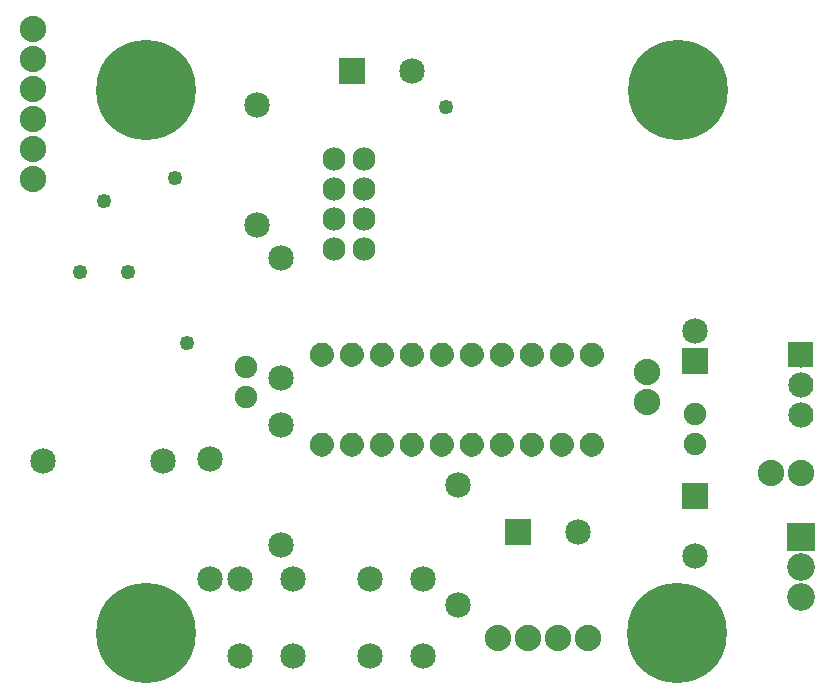
<source format=gbs>
G04 MADE WITH FRITZING*
G04 WWW.FRITZING.ORG*
G04 DOUBLE SIDED*
G04 HOLES PLATED*
G04 CONTOUR ON CENTER OF CONTOUR VECTOR*
%ASAXBY*%
%FSLAX23Y23*%
%MOIN*%
%OFA0B0*%
%SFA1.0B1.0*%
%ADD10C,0.075000*%
%ADD11C,0.049370*%
%ADD12C,0.332834*%
%ADD13C,0.085000*%
%ADD14C,0.084000*%
%ADD15C,0.092000*%
%ADD16C,0.077278*%
%ADD17C,0.088000*%
%ADD18R,0.085000X0.085000*%
%ADD19R,0.092000X0.092000*%
%ADD20R,0.001000X0.001000*%
%LNMASK0*%
G90*
G70*
G54D10*
X947Y1041D03*
X947Y1141D03*
X2443Y884D03*
X2443Y984D03*
G54D11*
X553Y1456D03*
X475Y1693D03*
X750Y1220D03*
X396Y1456D03*
X711Y1771D03*
X1616Y2008D03*
G54D12*
X616Y2064D03*
X2387Y2064D03*
X616Y252D03*
X2386Y252D03*
G54D13*
X2443Y1160D03*
X2443Y1260D03*
G54D14*
X2797Y1181D03*
X2797Y1081D03*
X2797Y981D03*
G54D15*
X2797Y572D03*
X2797Y472D03*
X2797Y372D03*
G54D16*
X1341Y1832D03*
X1341Y1732D03*
X1341Y1632D03*
X1341Y1532D03*
X1241Y1832D03*
X1241Y1732D03*
X1241Y1632D03*
X1241Y1532D03*
G54D13*
X927Y177D03*
X927Y433D03*
X1104Y177D03*
X1104Y433D03*
X1360Y177D03*
X1360Y433D03*
X1538Y177D03*
X1538Y433D03*
X1656Y748D03*
X1656Y348D03*
X986Y1614D03*
X986Y2014D03*
X829Y433D03*
X829Y833D03*
X271Y826D03*
X671Y826D03*
X1065Y1502D03*
X1065Y1102D03*
X1065Y545D03*
X1065Y945D03*
X2443Y711D03*
X2443Y511D03*
X1301Y2126D03*
X1501Y2126D03*
X1853Y590D03*
X2053Y590D03*
G54D17*
X2797Y787D03*
X2697Y787D03*
X2286Y1023D03*
X2286Y1123D03*
X2089Y236D03*
X1989Y236D03*
X1889Y236D03*
X1789Y236D03*
X238Y2265D03*
X238Y2165D03*
X238Y2065D03*
X238Y1965D03*
X238Y1865D03*
X238Y1765D03*
G54D18*
X2443Y1160D03*
G54D19*
X2797Y572D03*
G54D18*
X2443Y711D03*
X1301Y2126D03*
X1853Y590D03*
G54D20*
X2755Y1223D02*
X2837Y1223D01*
X2755Y1222D02*
X2838Y1222D01*
X1198Y1221D02*
X1203Y1221D01*
X1298Y1221D02*
X1303Y1221D01*
X1398Y1221D02*
X1403Y1221D01*
X1498Y1221D02*
X1503Y1221D01*
X1598Y1221D02*
X1603Y1221D01*
X1698Y1221D02*
X1703Y1221D01*
X1798Y1221D02*
X1803Y1221D01*
X1898Y1221D02*
X1903Y1221D01*
X1998Y1221D02*
X2003Y1221D01*
X2098Y1221D02*
X2103Y1221D01*
X2755Y1221D02*
X2838Y1221D01*
X1192Y1220D02*
X1209Y1220D01*
X1292Y1220D02*
X1309Y1220D01*
X1392Y1220D02*
X1409Y1220D01*
X1492Y1220D02*
X1509Y1220D01*
X1592Y1220D02*
X1609Y1220D01*
X1692Y1220D02*
X1709Y1220D01*
X1792Y1220D02*
X1809Y1220D01*
X1892Y1220D02*
X1909Y1220D01*
X1992Y1220D02*
X2009Y1220D01*
X2092Y1220D02*
X2109Y1220D01*
X2755Y1220D02*
X2838Y1220D01*
X1188Y1219D02*
X1213Y1219D01*
X1288Y1219D02*
X1313Y1219D01*
X1388Y1219D02*
X1413Y1219D01*
X1488Y1219D02*
X1513Y1219D01*
X1588Y1219D02*
X1613Y1219D01*
X1688Y1219D02*
X1713Y1219D01*
X1788Y1219D02*
X1813Y1219D01*
X1888Y1219D02*
X1913Y1219D01*
X1988Y1219D02*
X2013Y1219D01*
X2088Y1219D02*
X2113Y1219D01*
X2755Y1219D02*
X2838Y1219D01*
X1185Y1218D02*
X1216Y1218D01*
X1285Y1218D02*
X1316Y1218D01*
X1385Y1218D02*
X1416Y1218D01*
X1485Y1218D02*
X1516Y1218D01*
X1585Y1218D02*
X1616Y1218D01*
X1685Y1218D02*
X1715Y1218D01*
X1785Y1218D02*
X1815Y1218D01*
X1885Y1218D02*
X1915Y1218D01*
X1985Y1218D02*
X2015Y1218D01*
X2085Y1218D02*
X2115Y1218D01*
X2755Y1218D02*
X2838Y1218D01*
X1183Y1217D02*
X1218Y1217D01*
X1283Y1217D02*
X1318Y1217D01*
X1383Y1217D02*
X1418Y1217D01*
X1483Y1217D02*
X1518Y1217D01*
X1583Y1217D02*
X1618Y1217D01*
X1683Y1217D02*
X1718Y1217D01*
X1783Y1217D02*
X1818Y1217D01*
X1883Y1217D02*
X1917Y1217D01*
X1983Y1217D02*
X2017Y1217D01*
X2083Y1217D02*
X2117Y1217D01*
X2755Y1217D02*
X2838Y1217D01*
X1182Y1216D02*
X1220Y1216D01*
X1281Y1216D02*
X1320Y1216D01*
X1381Y1216D02*
X1419Y1216D01*
X1481Y1216D02*
X1519Y1216D01*
X1581Y1216D02*
X1619Y1216D01*
X1681Y1216D02*
X1719Y1216D01*
X1781Y1216D02*
X1819Y1216D01*
X1881Y1216D02*
X1919Y1216D01*
X1981Y1216D02*
X2019Y1216D01*
X2081Y1216D02*
X2119Y1216D01*
X2755Y1216D02*
X2838Y1216D01*
X1180Y1215D02*
X1221Y1215D01*
X1280Y1215D02*
X1321Y1215D01*
X1380Y1215D02*
X1421Y1215D01*
X1480Y1215D02*
X1521Y1215D01*
X1580Y1215D02*
X1621Y1215D01*
X1680Y1215D02*
X1721Y1215D01*
X1780Y1215D02*
X1821Y1215D01*
X1880Y1215D02*
X1921Y1215D01*
X1980Y1215D02*
X2021Y1215D01*
X2080Y1215D02*
X2121Y1215D01*
X2755Y1215D02*
X2838Y1215D01*
X1178Y1214D02*
X1223Y1214D01*
X1278Y1214D02*
X1323Y1214D01*
X1378Y1214D02*
X1423Y1214D01*
X1478Y1214D02*
X1523Y1214D01*
X1578Y1214D02*
X1623Y1214D01*
X1678Y1214D02*
X1723Y1214D01*
X1778Y1214D02*
X1823Y1214D01*
X1878Y1214D02*
X1923Y1214D01*
X1978Y1214D02*
X2023Y1214D01*
X2078Y1214D02*
X2122Y1214D01*
X2755Y1214D02*
X2838Y1214D01*
X1177Y1213D02*
X1224Y1213D01*
X1277Y1213D02*
X1324Y1213D01*
X1377Y1213D02*
X1424Y1213D01*
X1477Y1213D02*
X1524Y1213D01*
X1577Y1213D02*
X1624Y1213D01*
X1677Y1213D02*
X1724Y1213D01*
X1777Y1213D02*
X1824Y1213D01*
X1877Y1213D02*
X1924Y1213D01*
X1977Y1213D02*
X2024Y1213D01*
X2077Y1213D02*
X2124Y1213D01*
X2755Y1213D02*
X2838Y1213D01*
X1176Y1212D02*
X1225Y1212D01*
X1276Y1212D02*
X1325Y1212D01*
X1376Y1212D02*
X1425Y1212D01*
X1476Y1212D02*
X1525Y1212D01*
X1576Y1212D02*
X1625Y1212D01*
X1676Y1212D02*
X1725Y1212D01*
X1775Y1212D02*
X1825Y1212D01*
X1875Y1212D02*
X1925Y1212D01*
X1975Y1212D02*
X2025Y1212D01*
X2075Y1212D02*
X2125Y1212D01*
X2755Y1212D02*
X2838Y1212D01*
X1174Y1211D02*
X1227Y1211D01*
X1274Y1211D02*
X1327Y1211D01*
X1374Y1211D02*
X1427Y1211D01*
X1474Y1211D02*
X1527Y1211D01*
X1574Y1211D02*
X1626Y1211D01*
X1674Y1211D02*
X1726Y1211D01*
X1774Y1211D02*
X1826Y1211D01*
X1874Y1211D02*
X1926Y1211D01*
X1974Y1211D02*
X2026Y1211D01*
X2074Y1211D02*
X2126Y1211D01*
X2755Y1211D02*
X2838Y1211D01*
X1173Y1210D02*
X1228Y1210D01*
X1273Y1210D02*
X1328Y1210D01*
X1373Y1210D02*
X1428Y1210D01*
X1473Y1210D02*
X1528Y1210D01*
X1573Y1210D02*
X1628Y1210D01*
X1673Y1210D02*
X1728Y1210D01*
X1773Y1210D02*
X1828Y1210D01*
X1873Y1210D02*
X1928Y1210D01*
X1973Y1210D02*
X2027Y1210D01*
X2073Y1210D02*
X2127Y1210D01*
X2755Y1210D02*
X2838Y1210D01*
X1172Y1209D02*
X1229Y1209D01*
X1272Y1209D02*
X1329Y1209D01*
X1372Y1209D02*
X1429Y1209D01*
X1472Y1209D02*
X1529Y1209D01*
X1572Y1209D02*
X1629Y1209D01*
X1672Y1209D02*
X1729Y1209D01*
X1772Y1209D02*
X1829Y1209D01*
X1872Y1209D02*
X1929Y1209D01*
X1972Y1209D02*
X2029Y1209D01*
X2072Y1209D02*
X2128Y1209D01*
X2755Y1209D02*
X2838Y1209D01*
X1171Y1208D02*
X1230Y1208D01*
X1271Y1208D02*
X1330Y1208D01*
X1371Y1208D02*
X1430Y1208D01*
X1471Y1208D02*
X1530Y1208D01*
X1571Y1208D02*
X1630Y1208D01*
X1671Y1208D02*
X1729Y1208D01*
X1771Y1208D02*
X1829Y1208D01*
X1871Y1208D02*
X1929Y1208D01*
X1971Y1208D02*
X2029Y1208D01*
X2071Y1208D02*
X2129Y1208D01*
X2755Y1208D02*
X2838Y1208D01*
X1171Y1207D02*
X1231Y1207D01*
X1271Y1207D02*
X1330Y1207D01*
X1371Y1207D02*
X1430Y1207D01*
X1470Y1207D02*
X1530Y1207D01*
X1570Y1207D02*
X1630Y1207D01*
X1670Y1207D02*
X1730Y1207D01*
X1770Y1207D02*
X1830Y1207D01*
X1870Y1207D02*
X1930Y1207D01*
X1970Y1207D02*
X2030Y1207D01*
X2070Y1207D02*
X2130Y1207D01*
X2755Y1207D02*
X2838Y1207D01*
X1170Y1206D02*
X1231Y1206D01*
X1270Y1206D02*
X1331Y1206D01*
X1370Y1206D02*
X1431Y1206D01*
X1470Y1206D02*
X1531Y1206D01*
X1570Y1206D02*
X1631Y1206D01*
X1670Y1206D02*
X1731Y1206D01*
X1770Y1206D02*
X1831Y1206D01*
X1870Y1206D02*
X1931Y1206D01*
X1970Y1206D02*
X2031Y1206D01*
X2070Y1206D02*
X2131Y1206D01*
X2755Y1206D02*
X2838Y1206D01*
X1169Y1205D02*
X1232Y1205D01*
X1269Y1205D02*
X1332Y1205D01*
X1369Y1205D02*
X1432Y1205D01*
X1469Y1205D02*
X1532Y1205D01*
X1569Y1205D02*
X1632Y1205D01*
X1669Y1205D02*
X1732Y1205D01*
X1769Y1205D02*
X1832Y1205D01*
X1869Y1205D02*
X1932Y1205D01*
X1969Y1205D02*
X2032Y1205D01*
X2069Y1205D02*
X2132Y1205D01*
X2755Y1205D02*
X2838Y1205D01*
X1168Y1204D02*
X1233Y1204D01*
X1268Y1204D02*
X1333Y1204D01*
X1368Y1204D02*
X1433Y1204D01*
X1468Y1204D02*
X1533Y1204D01*
X1568Y1204D02*
X1633Y1204D01*
X1668Y1204D02*
X1733Y1204D01*
X1768Y1204D02*
X1833Y1204D01*
X1868Y1204D02*
X1933Y1204D01*
X1968Y1204D02*
X2033Y1204D01*
X2068Y1204D02*
X2133Y1204D01*
X2755Y1204D02*
X2838Y1204D01*
X1168Y1203D02*
X1233Y1203D01*
X1268Y1203D02*
X1333Y1203D01*
X1368Y1203D02*
X1433Y1203D01*
X1468Y1203D02*
X1533Y1203D01*
X1568Y1203D02*
X1633Y1203D01*
X1667Y1203D02*
X1733Y1203D01*
X1767Y1203D02*
X1833Y1203D01*
X1867Y1203D02*
X1933Y1203D01*
X1967Y1203D02*
X2033Y1203D01*
X2067Y1203D02*
X2133Y1203D01*
X2755Y1203D02*
X2838Y1203D01*
X1167Y1202D02*
X1234Y1202D01*
X1267Y1202D02*
X1334Y1202D01*
X1367Y1202D02*
X1434Y1202D01*
X1467Y1202D02*
X1534Y1202D01*
X1567Y1202D02*
X1634Y1202D01*
X1667Y1202D02*
X1734Y1202D01*
X1767Y1202D02*
X1834Y1202D01*
X1867Y1202D02*
X1934Y1202D01*
X1967Y1202D02*
X2034Y1202D01*
X2067Y1202D02*
X2134Y1202D01*
X2755Y1202D02*
X2838Y1202D01*
X1166Y1201D02*
X1235Y1201D01*
X1266Y1201D02*
X1335Y1201D01*
X1366Y1201D02*
X1435Y1201D01*
X1466Y1201D02*
X1535Y1201D01*
X1566Y1201D02*
X1635Y1201D01*
X1666Y1201D02*
X1735Y1201D01*
X1766Y1201D02*
X1835Y1201D01*
X1866Y1201D02*
X1934Y1201D01*
X1966Y1201D02*
X2034Y1201D01*
X2066Y1201D02*
X2134Y1201D01*
X2755Y1201D02*
X2838Y1201D01*
X1166Y1200D02*
X1235Y1200D01*
X1266Y1200D02*
X1335Y1200D01*
X1366Y1200D02*
X1435Y1200D01*
X1466Y1200D02*
X1535Y1200D01*
X1566Y1200D02*
X1635Y1200D01*
X1666Y1200D02*
X1735Y1200D01*
X1766Y1200D02*
X1835Y1200D01*
X1866Y1200D02*
X1935Y1200D01*
X1966Y1200D02*
X2035Y1200D01*
X2066Y1200D02*
X2135Y1200D01*
X2755Y1200D02*
X2838Y1200D01*
X1165Y1199D02*
X1236Y1199D01*
X1265Y1199D02*
X1336Y1199D01*
X1365Y1199D02*
X1436Y1199D01*
X1465Y1199D02*
X1536Y1199D01*
X1565Y1199D02*
X1636Y1199D01*
X1665Y1199D02*
X1736Y1199D01*
X1765Y1199D02*
X1836Y1199D01*
X1865Y1199D02*
X1936Y1199D01*
X1965Y1199D02*
X2036Y1199D01*
X2065Y1199D02*
X2136Y1199D01*
X2755Y1199D02*
X2838Y1199D01*
X1165Y1198D02*
X1236Y1198D01*
X1265Y1198D02*
X1336Y1198D01*
X1365Y1198D02*
X1436Y1198D01*
X1465Y1198D02*
X1536Y1198D01*
X1565Y1198D02*
X1636Y1198D01*
X1665Y1198D02*
X1736Y1198D01*
X1765Y1198D02*
X1836Y1198D01*
X1865Y1198D02*
X1936Y1198D01*
X1965Y1198D02*
X2036Y1198D01*
X2065Y1198D02*
X2136Y1198D01*
X2755Y1198D02*
X2838Y1198D01*
X1164Y1197D02*
X1237Y1197D01*
X1264Y1197D02*
X1337Y1197D01*
X1364Y1197D02*
X1437Y1197D01*
X1464Y1197D02*
X1537Y1197D01*
X1564Y1197D02*
X1637Y1197D01*
X1664Y1197D02*
X1737Y1197D01*
X1764Y1197D02*
X1837Y1197D01*
X1864Y1197D02*
X1937Y1197D01*
X1964Y1197D02*
X2037Y1197D01*
X2064Y1197D02*
X2137Y1197D01*
X2755Y1197D02*
X2838Y1197D01*
X1164Y1196D02*
X1237Y1196D01*
X1264Y1196D02*
X1337Y1196D01*
X1364Y1196D02*
X1437Y1196D01*
X1464Y1196D02*
X1537Y1196D01*
X1564Y1196D02*
X1637Y1196D01*
X1664Y1196D02*
X1737Y1196D01*
X1764Y1196D02*
X1837Y1196D01*
X1864Y1196D02*
X1937Y1196D01*
X1964Y1196D02*
X2037Y1196D01*
X2064Y1196D02*
X2137Y1196D01*
X2755Y1196D02*
X2838Y1196D01*
X1164Y1195D02*
X1237Y1195D01*
X1264Y1195D02*
X1337Y1195D01*
X1364Y1195D02*
X1437Y1195D01*
X1463Y1195D02*
X1537Y1195D01*
X1563Y1195D02*
X1637Y1195D01*
X1663Y1195D02*
X1737Y1195D01*
X1763Y1195D02*
X1837Y1195D01*
X1863Y1195D02*
X1937Y1195D01*
X1963Y1195D02*
X2037Y1195D01*
X2063Y1195D02*
X2137Y1195D01*
X2755Y1195D02*
X2791Y1195D01*
X2802Y1195D02*
X2838Y1195D01*
X1163Y1194D02*
X1238Y1194D01*
X1263Y1194D02*
X1338Y1194D01*
X1363Y1194D02*
X1438Y1194D01*
X1463Y1194D02*
X1538Y1194D01*
X1563Y1194D02*
X1638Y1194D01*
X1663Y1194D02*
X1738Y1194D01*
X1763Y1194D02*
X1838Y1194D01*
X1863Y1194D02*
X1938Y1194D01*
X1963Y1194D02*
X2038Y1194D01*
X2063Y1194D02*
X2138Y1194D01*
X2755Y1194D02*
X2789Y1194D01*
X2804Y1194D02*
X2838Y1194D01*
X1163Y1193D02*
X1238Y1193D01*
X1263Y1193D02*
X1338Y1193D01*
X1363Y1193D02*
X1438Y1193D01*
X1463Y1193D02*
X1538Y1193D01*
X1563Y1193D02*
X1638Y1193D01*
X1663Y1193D02*
X1738Y1193D01*
X1763Y1193D02*
X1838Y1193D01*
X1863Y1193D02*
X1938Y1193D01*
X1963Y1193D02*
X2038Y1193D01*
X2063Y1193D02*
X2138Y1193D01*
X2755Y1193D02*
X2787Y1193D01*
X2805Y1193D02*
X2838Y1193D01*
X1163Y1192D02*
X1238Y1192D01*
X1263Y1192D02*
X1338Y1192D01*
X1363Y1192D02*
X1438Y1192D01*
X1463Y1192D02*
X1538Y1192D01*
X1563Y1192D02*
X1638Y1192D01*
X1662Y1192D02*
X1738Y1192D01*
X1762Y1192D02*
X1838Y1192D01*
X1862Y1192D02*
X1938Y1192D01*
X1962Y1192D02*
X2038Y1192D01*
X2062Y1192D02*
X2138Y1192D01*
X2755Y1192D02*
X2786Y1192D01*
X2807Y1192D02*
X2838Y1192D01*
X1162Y1191D02*
X1239Y1191D01*
X1262Y1191D02*
X1339Y1191D01*
X1362Y1191D02*
X1439Y1191D01*
X1462Y1191D02*
X1539Y1191D01*
X1562Y1191D02*
X1639Y1191D01*
X1662Y1191D02*
X1739Y1191D01*
X1762Y1191D02*
X1839Y1191D01*
X1862Y1191D02*
X1939Y1191D01*
X1962Y1191D02*
X2038Y1191D01*
X2062Y1191D02*
X2138Y1191D01*
X2755Y1191D02*
X2785Y1191D01*
X2808Y1191D02*
X2838Y1191D01*
X1162Y1190D02*
X1239Y1190D01*
X1262Y1190D02*
X1339Y1190D01*
X1362Y1190D02*
X1439Y1190D01*
X1462Y1190D02*
X1539Y1190D01*
X1562Y1190D02*
X1639Y1190D01*
X1662Y1190D02*
X1739Y1190D01*
X1762Y1190D02*
X1839Y1190D01*
X1862Y1190D02*
X1939Y1190D01*
X1962Y1190D02*
X2039Y1190D01*
X2062Y1190D02*
X2139Y1190D01*
X2755Y1190D02*
X2784Y1190D01*
X2808Y1190D02*
X2838Y1190D01*
X1162Y1189D02*
X1239Y1189D01*
X1262Y1189D02*
X1339Y1189D01*
X1362Y1189D02*
X1439Y1189D01*
X1462Y1189D02*
X1539Y1189D01*
X1562Y1189D02*
X1639Y1189D01*
X1662Y1189D02*
X1739Y1189D01*
X1762Y1189D02*
X1839Y1189D01*
X1862Y1189D02*
X1939Y1189D01*
X1962Y1189D02*
X2039Y1189D01*
X2062Y1189D02*
X2139Y1189D01*
X2755Y1189D02*
X2783Y1189D01*
X2809Y1189D02*
X2838Y1189D01*
X1162Y1188D02*
X1239Y1188D01*
X1262Y1188D02*
X1339Y1188D01*
X1362Y1188D02*
X1439Y1188D01*
X1462Y1188D02*
X1539Y1188D01*
X1562Y1188D02*
X1639Y1188D01*
X1662Y1188D02*
X1739Y1188D01*
X1762Y1188D02*
X1839Y1188D01*
X1862Y1188D02*
X1939Y1188D01*
X1962Y1188D02*
X2039Y1188D01*
X2062Y1188D02*
X2139Y1188D01*
X2755Y1188D02*
X2783Y1188D01*
X2810Y1188D02*
X2838Y1188D01*
X1162Y1187D02*
X1239Y1187D01*
X1262Y1187D02*
X1339Y1187D01*
X1362Y1187D02*
X1439Y1187D01*
X1461Y1187D02*
X1539Y1187D01*
X1561Y1187D02*
X1639Y1187D01*
X1661Y1187D02*
X1739Y1187D01*
X1761Y1187D02*
X1839Y1187D01*
X1861Y1187D02*
X1939Y1187D01*
X1961Y1187D02*
X2039Y1187D01*
X2061Y1187D02*
X2139Y1187D01*
X2755Y1187D02*
X2782Y1187D01*
X2810Y1187D02*
X2838Y1187D01*
X1161Y1186D02*
X1240Y1186D01*
X1261Y1186D02*
X1340Y1186D01*
X1361Y1186D02*
X1440Y1186D01*
X1461Y1186D02*
X1540Y1186D01*
X1561Y1186D02*
X1640Y1186D01*
X1661Y1186D02*
X1740Y1186D01*
X1761Y1186D02*
X1839Y1186D01*
X1861Y1186D02*
X1939Y1186D01*
X1961Y1186D02*
X2039Y1186D01*
X2061Y1186D02*
X2139Y1186D01*
X2755Y1186D02*
X2782Y1186D01*
X2811Y1186D02*
X2838Y1186D01*
X1161Y1185D02*
X1240Y1185D01*
X1261Y1185D02*
X1340Y1185D01*
X1361Y1185D02*
X1440Y1185D01*
X1461Y1185D02*
X1540Y1185D01*
X1561Y1185D02*
X1640Y1185D01*
X1661Y1185D02*
X1740Y1185D01*
X1761Y1185D02*
X1840Y1185D01*
X1861Y1185D02*
X1940Y1185D01*
X1961Y1185D02*
X2040Y1185D01*
X2061Y1185D02*
X2140Y1185D01*
X2755Y1185D02*
X2781Y1185D01*
X2811Y1185D02*
X2838Y1185D01*
X1161Y1184D02*
X1240Y1184D01*
X1261Y1184D02*
X1340Y1184D01*
X1361Y1184D02*
X1440Y1184D01*
X1461Y1184D02*
X1540Y1184D01*
X1561Y1184D02*
X1640Y1184D01*
X1661Y1184D02*
X1740Y1184D01*
X1761Y1184D02*
X1840Y1184D01*
X1861Y1184D02*
X1940Y1184D01*
X1961Y1184D02*
X2040Y1184D01*
X2061Y1184D02*
X2140Y1184D01*
X2755Y1184D02*
X2781Y1184D01*
X2811Y1184D02*
X2838Y1184D01*
X1161Y1183D02*
X1240Y1183D01*
X1261Y1183D02*
X1340Y1183D01*
X1361Y1183D02*
X1440Y1183D01*
X1461Y1183D02*
X1540Y1183D01*
X1561Y1183D02*
X1640Y1183D01*
X1661Y1183D02*
X1740Y1183D01*
X1761Y1183D02*
X1840Y1183D01*
X1861Y1183D02*
X1940Y1183D01*
X1961Y1183D02*
X2040Y1183D01*
X2061Y1183D02*
X2140Y1183D01*
X2755Y1183D02*
X2781Y1183D01*
X2811Y1183D02*
X2838Y1183D01*
X1161Y1182D02*
X1240Y1182D01*
X1261Y1182D02*
X1340Y1182D01*
X1361Y1182D02*
X1440Y1182D01*
X1461Y1182D02*
X1540Y1182D01*
X1561Y1182D02*
X1640Y1182D01*
X1661Y1182D02*
X1740Y1182D01*
X1761Y1182D02*
X1840Y1182D01*
X1861Y1182D02*
X1940Y1182D01*
X1961Y1182D02*
X2040Y1182D01*
X2061Y1182D02*
X2140Y1182D01*
X2755Y1182D02*
X2781Y1182D01*
X2811Y1182D02*
X2838Y1182D01*
X1161Y1181D02*
X1240Y1181D01*
X1261Y1181D02*
X1340Y1181D01*
X1361Y1181D02*
X1440Y1181D01*
X1461Y1181D02*
X1540Y1181D01*
X1561Y1181D02*
X1640Y1181D01*
X1661Y1181D02*
X1740Y1181D01*
X1761Y1181D02*
X1840Y1181D01*
X1861Y1181D02*
X1940Y1181D01*
X1961Y1181D02*
X2040Y1181D01*
X2061Y1181D02*
X2140Y1181D01*
X2755Y1181D02*
X2781Y1181D01*
X2811Y1181D02*
X2838Y1181D01*
X1161Y1180D02*
X1240Y1180D01*
X1261Y1180D02*
X1340Y1180D01*
X1361Y1180D02*
X1440Y1180D01*
X1461Y1180D02*
X1540Y1180D01*
X1561Y1180D02*
X1640Y1180D01*
X1661Y1180D02*
X1740Y1180D01*
X1761Y1180D02*
X1840Y1180D01*
X1861Y1180D02*
X1940Y1180D01*
X1961Y1180D02*
X2040Y1180D01*
X2061Y1180D02*
X2140Y1180D01*
X2755Y1180D02*
X2781Y1180D01*
X2811Y1180D02*
X2838Y1180D01*
X1161Y1179D02*
X1240Y1179D01*
X1261Y1179D02*
X1340Y1179D01*
X1361Y1179D02*
X1440Y1179D01*
X1461Y1179D02*
X1540Y1179D01*
X1561Y1179D02*
X1640Y1179D01*
X1661Y1179D02*
X1740Y1179D01*
X1761Y1179D02*
X1840Y1179D01*
X1861Y1179D02*
X1940Y1179D01*
X1961Y1179D02*
X2040Y1179D01*
X2061Y1179D02*
X2140Y1179D01*
X2755Y1179D02*
X2781Y1179D01*
X2811Y1179D02*
X2838Y1179D01*
X1161Y1178D02*
X1240Y1178D01*
X1261Y1178D02*
X1340Y1178D01*
X1361Y1178D02*
X1440Y1178D01*
X1461Y1178D02*
X1540Y1178D01*
X1561Y1178D02*
X1640Y1178D01*
X1661Y1178D02*
X1740Y1178D01*
X1761Y1178D02*
X1840Y1178D01*
X1861Y1178D02*
X1940Y1178D01*
X1961Y1178D02*
X2040Y1178D01*
X2061Y1178D02*
X2140Y1178D01*
X2755Y1178D02*
X2781Y1178D01*
X2811Y1178D02*
X2838Y1178D01*
X1161Y1177D02*
X1240Y1177D01*
X1261Y1177D02*
X1340Y1177D01*
X1361Y1177D02*
X1440Y1177D01*
X1461Y1177D02*
X1540Y1177D01*
X1561Y1177D02*
X1640Y1177D01*
X1661Y1177D02*
X1740Y1177D01*
X1761Y1177D02*
X1840Y1177D01*
X1861Y1177D02*
X1940Y1177D01*
X1961Y1177D02*
X2040Y1177D01*
X2061Y1177D02*
X2140Y1177D01*
X2755Y1177D02*
X2782Y1177D01*
X2811Y1177D02*
X2838Y1177D01*
X1161Y1176D02*
X1240Y1176D01*
X1261Y1176D02*
X1340Y1176D01*
X1361Y1176D02*
X1440Y1176D01*
X1461Y1176D02*
X1540Y1176D01*
X1561Y1176D02*
X1639Y1176D01*
X1661Y1176D02*
X1739Y1176D01*
X1761Y1176D02*
X1839Y1176D01*
X1861Y1176D02*
X1939Y1176D01*
X1961Y1176D02*
X2039Y1176D01*
X2061Y1176D02*
X2139Y1176D01*
X2755Y1176D02*
X2782Y1176D01*
X2810Y1176D02*
X2838Y1176D01*
X1162Y1175D02*
X1239Y1175D01*
X1262Y1175D02*
X1339Y1175D01*
X1362Y1175D02*
X1439Y1175D01*
X1462Y1175D02*
X1539Y1175D01*
X1562Y1175D02*
X1639Y1175D01*
X1661Y1175D02*
X1739Y1175D01*
X1761Y1175D02*
X1839Y1175D01*
X1861Y1175D02*
X1939Y1175D01*
X1961Y1175D02*
X2039Y1175D01*
X2061Y1175D02*
X2139Y1175D01*
X2755Y1175D02*
X2782Y1175D01*
X2810Y1175D02*
X2838Y1175D01*
X1162Y1174D02*
X1239Y1174D01*
X1262Y1174D02*
X1339Y1174D01*
X1362Y1174D02*
X1439Y1174D01*
X1462Y1174D02*
X1539Y1174D01*
X1562Y1174D02*
X1639Y1174D01*
X1662Y1174D02*
X1739Y1174D01*
X1762Y1174D02*
X1839Y1174D01*
X1862Y1174D02*
X1939Y1174D01*
X1962Y1174D02*
X2039Y1174D01*
X2062Y1174D02*
X2139Y1174D01*
X2755Y1174D02*
X2783Y1174D01*
X2809Y1174D02*
X2838Y1174D01*
X1162Y1173D02*
X1239Y1173D01*
X1262Y1173D02*
X1339Y1173D01*
X1362Y1173D02*
X1439Y1173D01*
X1462Y1173D02*
X1539Y1173D01*
X1562Y1173D02*
X1639Y1173D01*
X1662Y1173D02*
X1739Y1173D01*
X1762Y1173D02*
X1839Y1173D01*
X1862Y1173D02*
X1939Y1173D01*
X1962Y1173D02*
X2039Y1173D01*
X2062Y1173D02*
X2139Y1173D01*
X2755Y1173D02*
X2783Y1173D01*
X2809Y1173D02*
X2838Y1173D01*
X1162Y1172D02*
X1239Y1172D01*
X1262Y1172D02*
X1339Y1172D01*
X1362Y1172D02*
X1439Y1172D01*
X1462Y1172D02*
X1539Y1172D01*
X1562Y1172D02*
X1639Y1172D01*
X1662Y1172D02*
X1739Y1172D01*
X1762Y1172D02*
X1839Y1172D01*
X1862Y1172D02*
X1939Y1172D01*
X1962Y1172D02*
X2039Y1172D01*
X2062Y1172D02*
X2139Y1172D01*
X2755Y1172D02*
X2784Y1172D01*
X2808Y1172D02*
X2838Y1172D01*
X1162Y1171D02*
X1239Y1171D01*
X1262Y1171D02*
X1339Y1171D01*
X1362Y1171D02*
X1439Y1171D01*
X1462Y1171D02*
X1539Y1171D01*
X1562Y1171D02*
X1639Y1171D01*
X1662Y1171D02*
X1738Y1171D01*
X1762Y1171D02*
X1838Y1171D01*
X1862Y1171D02*
X1938Y1171D01*
X1962Y1171D02*
X2038Y1171D01*
X2062Y1171D02*
X2138Y1171D01*
X2755Y1171D02*
X2785Y1171D01*
X2807Y1171D02*
X2838Y1171D01*
X1163Y1170D02*
X1238Y1170D01*
X1263Y1170D02*
X1338Y1170D01*
X1363Y1170D02*
X1438Y1170D01*
X1463Y1170D02*
X1538Y1170D01*
X1563Y1170D02*
X1638Y1170D01*
X1663Y1170D02*
X1738Y1170D01*
X1763Y1170D02*
X1838Y1170D01*
X1863Y1170D02*
X1938Y1170D01*
X1962Y1170D02*
X2038Y1170D01*
X2062Y1170D02*
X2138Y1170D01*
X2755Y1170D02*
X2786Y1170D01*
X2806Y1170D02*
X2838Y1170D01*
X1163Y1169D02*
X1238Y1169D01*
X1263Y1169D02*
X1338Y1169D01*
X1363Y1169D02*
X1438Y1169D01*
X1463Y1169D02*
X1538Y1169D01*
X1563Y1169D02*
X1638Y1169D01*
X1663Y1169D02*
X1738Y1169D01*
X1763Y1169D02*
X1838Y1169D01*
X1863Y1169D02*
X1938Y1169D01*
X1963Y1169D02*
X2038Y1169D01*
X2063Y1169D02*
X2138Y1169D01*
X2755Y1169D02*
X2787Y1169D01*
X2805Y1169D02*
X2838Y1169D01*
X1163Y1168D02*
X1238Y1168D01*
X1263Y1168D02*
X1338Y1168D01*
X1363Y1168D02*
X1438Y1168D01*
X1463Y1168D02*
X1538Y1168D01*
X1563Y1168D02*
X1638Y1168D01*
X1663Y1168D02*
X1738Y1168D01*
X1763Y1168D02*
X1838Y1168D01*
X1863Y1168D02*
X1938Y1168D01*
X1963Y1168D02*
X2038Y1168D01*
X2063Y1168D02*
X2138Y1168D01*
X2755Y1168D02*
X2789Y1168D01*
X2803Y1168D02*
X2838Y1168D01*
X1164Y1167D02*
X1237Y1167D01*
X1264Y1167D02*
X1337Y1167D01*
X1364Y1167D02*
X1437Y1167D01*
X1464Y1167D02*
X1537Y1167D01*
X1564Y1167D02*
X1637Y1167D01*
X1664Y1167D02*
X1737Y1167D01*
X1764Y1167D02*
X1837Y1167D01*
X1864Y1167D02*
X1937Y1167D01*
X1963Y1167D02*
X2037Y1167D01*
X2063Y1167D02*
X2137Y1167D01*
X2755Y1167D02*
X2792Y1167D01*
X2801Y1167D02*
X2838Y1167D01*
X1164Y1166D02*
X1237Y1166D01*
X1264Y1166D02*
X1337Y1166D01*
X1364Y1166D02*
X1437Y1166D01*
X1464Y1166D02*
X1537Y1166D01*
X1564Y1166D02*
X1637Y1166D01*
X1664Y1166D02*
X1737Y1166D01*
X1764Y1166D02*
X1837Y1166D01*
X1864Y1166D02*
X1937Y1166D01*
X1964Y1166D02*
X2037Y1166D01*
X2064Y1166D02*
X2137Y1166D01*
X2755Y1166D02*
X2838Y1166D01*
X1164Y1165D02*
X1237Y1165D01*
X1264Y1165D02*
X1337Y1165D01*
X1364Y1165D02*
X1437Y1165D01*
X1464Y1165D02*
X1537Y1165D01*
X1564Y1165D02*
X1636Y1165D01*
X1664Y1165D02*
X1736Y1165D01*
X1764Y1165D02*
X1836Y1165D01*
X1864Y1165D02*
X1936Y1165D01*
X1964Y1165D02*
X2036Y1165D01*
X2064Y1165D02*
X2136Y1165D01*
X2755Y1165D02*
X2838Y1165D01*
X1165Y1164D02*
X1236Y1164D01*
X1265Y1164D02*
X1336Y1164D01*
X1365Y1164D02*
X1436Y1164D01*
X1465Y1164D02*
X1536Y1164D01*
X1565Y1164D02*
X1636Y1164D01*
X1665Y1164D02*
X1736Y1164D01*
X1765Y1164D02*
X1836Y1164D01*
X1865Y1164D02*
X1936Y1164D01*
X1965Y1164D02*
X2036Y1164D01*
X2065Y1164D02*
X2136Y1164D01*
X2755Y1164D02*
X2838Y1164D01*
X1165Y1163D02*
X1236Y1163D01*
X1265Y1163D02*
X1336Y1163D01*
X1365Y1163D02*
X1436Y1163D01*
X1465Y1163D02*
X1536Y1163D01*
X1565Y1163D02*
X1635Y1163D01*
X1665Y1163D02*
X1735Y1163D01*
X1765Y1163D02*
X1835Y1163D01*
X1865Y1163D02*
X1935Y1163D01*
X1965Y1163D02*
X2035Y1163D01*
X2065Y1163D02*
X2135Y1163D01*
X2755Y1163D02*
X2838Y1163D01*
X1166Y1162D02*
X1235Y1162D01*
X1266Y1162D02*
X1335Y1162D01*
X1366Y1162D02*
X1435Y1162D01*
X1466Y1162D02*
X1535Y1162D01*
X1566Y1162D02*
X1635Y1162D01*
X1666Y1162D02*
X1735Y1162D01*
X1766Y1162D02*
X1835Y1162D01*
X1866Y1162D02*
X1935Y1162D01*
X1966Y1162D02*
X2035Y1162D01*
X2066Y1162D02*
X2135Y1162D01*
X2755Y1162D02*
X2838Y1162D01*
X1167Y1161D02*
X1234Y1161D01*
X1267Y1161D02*
X1334Y1161D01*
X1367Y1161D02*
X1434Y1161D01*
X1467Y1161D02*
X1534Y1161D01*
X1566Y1161D02*
X1634Y1161D01*
X1666Y1161D02*
X1734Y1161D01*
X1766Y1161D02*
X1834Y1161D01*
X1866Y1161D02*
X1934Y1161D01*
X1966Y1161D02*
X2034Y1161D01*
X2066Y1161D02*
X2134Y1161D01*
X2755Y1161D02*
X2838Y1161D01*
X1167Y1160D02*
X1234Y1160D01*
X1267Y1160D02*
X1334Y1160D01*
X1367Y1160D02*
X1434Y1160D01*
X1467Y1160D02*
X1534Y1160D01*
X1567Y1160D02*
X1634Y1160D01*
X1667Y1160D02*
X1734Y1160D01*
X1767Y1160D02*
X1834Y1160D01*
X1867Y1160D02*
X1934Y1160D01*
X1967Y1160D02*
X2034Y1160D01*
X2067Y1160D02*
X2134Y1160D01*
X2755Y1160D02*
X2838Y1160D01*
X1168Y1159D02*
X1233Y1159D01*
X1268Y1159D02*
X1333Y1159D01*
X1368Y1159D02*
X1433Y1159D01*
X1468Y1159D02*
X1533Y1159D01*
X1568Y1159D02*
X1633Y1159D01*
X1668Y1159D02*
X1733Y1159D01*
X1768Y1159D02*
X1833Y1159D01*
X1868Y1159D02*
X1933Y1159D01*
X1968Y1159D02*
X2033Y1159D01*
X2068Y1159D02*
X2133Y1159D01*
X2755Y1159D02*
X2838Y1159D01*
X1169Y1158D02*
X1233Y1158D01*
X1269Y1158D02*
X1332Y1158D01*
X1368Y1158D02*
X1432Y1158D01*
X1468Y1158D02*
X1532Y1158D01*
X1568Y1158D02*
X1632Y1158D01*
X1668Y1158D02*
X1732Y1158D01*
X1768Y1158D02*
X1832Y1158D01*
X1868Y1158D02*
X1932Y1158D01*
X1968Y1158D02*
X2032Y1158D01*
X2068Y1158D02*
X2132Y1158D01*
X2755Y1158D02*
X2838Y1158D01*
X1169Y1157D02*
X1232Y1157D01*
X1269Y1157D02*
X1332Y1157D01*
X1369Y1157D02*
X1432Y1157D01*
X1469Y1157D02*
X1532Y1157D01*
X1569Y1157D02*
X1632Y1157D01*
X1669Y1157D02*
X1732Y1157D01*
X1769Y1157D02*
X1832Y1157D01*
X1869Y1157D02*
X1932Y1157D01*
X1969Y1157D02*
X2032Y1157D01*
X2069Y1157D02*
X2132Y1157D01*
X2755Y1157D02*
X2838Y1157D01*
X1170Y1156D02*
X1231Y1156D01*
X1270Y1156D02*
X1331Y1156D01*
X1370Y1156D02*
X1431Y1156D01*
X1470Y1156D02*
X1531Y1156D01*
X1570Y1156D02*
X1631Y1156D01*
X1670Y1156D02*
X1731Y1156D01*
X1770Y1156D02*
X1831Y1156D01*
X1870Y1156D02*
X1931Y1156D01*
X1970Y1156D02*
X2031Y1156D01*
X2070Y1156D02*
X2131Y1156D01*
X2755Y1156D02*
X2838Y1156D01*
X1171Y1155D02*
X1230Y1155D01*
X1271Y1155D02*
X1330Y1155D01*
X1371Y1155D02*
X1430Y1155D01*
X1471Y1155D02*
X1530Y1155D01*
X1571Y1155D02*
X1630Y1155D01*
X1671Y1155D02*
X1730Y1155D01*
X1771Y1155D02*
X1830Y1155D01*
X1871Y1155D02*
X1930Y1155D01*
X1971Y1155D02*
X2030Y1155D01*
X2071Y1155D02*
X2130Y1155D01*
X2755Y1155D02*
X2838Y1155D01*
X1172Y1154D02*
X1229Y1154D01*
X1272Y1154D02*
X1329Y1154D01*
X1372Y1154D02*
X1429Y1154D01*
X1472Y1154D02*
X1529Y1154D01*
X1572Y1154D02*
X1629Y1154D01*
X1672Y1154D02*
X1729Y1154D01*
X1772Y1154D02*
X1829Y1154D01*
X1872Y1154D02*
X1929Y1154D01*
X1972Y1154D02*
X2029Y1154D01*
X2072Y1154D02*
X2129Y1154D01*
X2755Y1154D02*
X2838Y1154D01*
X1173Y1153D02*
X1228Y1153D01*
X1273Y1153D02*
X1328Y1153D01*
X1373Y1153D02*
X1428Y1153D01*
X1473Y1153D02*
X1528Y1153D01*
X1573Y1153D02*
X1628Y1153D01*
X1673Y1153D02*
X1728Y1153D01*
X1773Y1153D02*
X1828Y1153D01*
X1872Y1153D02*
X1928Y1153D01*
X1972Y1153D02*
X2028Y1153D01*
X2072Y1153D02*
X2128Y1153D01*
X2755Y1153D02*
X2838Y1153D01*
X1174Y1152D02*
X1227Y1152D01*
X1274Y1152D02*
X1327Y1152D01*
X1374Y1152D02*
X1427Y1152D01*
X1474Y1152D02*
X1527Y1152D01*
X1574Y1152D02*
X1627Y1152D01*
X1674Y1152D02*
X1727Y1152D01*
X1774Y1152D02*
X1827Y1152D01*
X1874Y1152D02*
X1927Y1152D01*
X1974Y1152D02*
X2027Y1152D01*
X2074Y1152D02*
X2127Y1152D01*
X2755Y1152D02*
X2838Y1152D01*
X1175Y1151D02*
X1226Y1151D01*
X1275Y1151D02*
X1326Y1151D01*
X1375Y1151D02*
X1426Y1151D01*
X1475Y1151D02*
X1526Y1151D01*
X1575Y1151D02*
X1626Y1151D01*
X1675Y1151D02*
X1726Y1151D01*
X1775Y1151D02*
X1826Y1151D01*
X1875Y1151D02*
X1926Y1151D01*
X1975Y1151D02*
X2026Y1151D01*
X2075Y1151D02*
X2126Y1151D01*
X2755Y1151D02*
X2838Y1151D01*
X1176Y1150D02*
X1225Y1150D01*
X1276Y1150D02*
X1325Y1150D01*
X1376Y1150D02*
X1425Y1150D01*
X1476Y1150D02*
X1525Y1150D01*
X1576Y1150D02*
X1625Y1150D01*
X1676Y1150D02*
X1725Y1150D01*
X1776Y1150D02*
X1825Y1150D01*
X1876Y1150D02*
X1925Y1150D01*
X1976Y1150D02*
X2025Y1150D01*
X2076Y1150D02*
X2125Y1150D01*
X2755Y1150D02*
X2838Y1150D01*
X1177Y1149D02*
X1224Y1149D01*
X1277Y1149D02*
X1324Y1149D01*
X1377Y1149D02*
X1424Y1149D01*
X1477Y1149D02*
X1524Y1149D01*
X1577Y1149D02*
X1624Y1149D01*
X1677Y1149D02*
X1723Y1149D01*
X1777Y1149D02*
X1823Y1149D01*
X1877Y1149D02*
X1923Y1149D01*
X1977Y1149D02*
X2023Y1149D01*
X2077Y1149D02*
X2123Y1149D01*
X2755Y1149D02*
X2838Y1149D01*
X1179Y1148D02*
X1222Y1148D01*
X1279Y1148D02*
X1322Y1148D01*
X1379Y1148D02*
X1422Y1148D01*
X1479Y1148D02*
X1522Y1148D01*
X1579Y1148D02*
X1622Y1148D01*
X1679Y1148D02*
X1722Y1148D01*
X1779Y1148D02*
X1822Y1148D01*
X1879Y1148D02*
X1922Y1148D01*
X1979Y1148D02*
X2022Y1148D01*
X2079Y1148D02*
X2122Y1148D01*
X2755Y1148D02*
X2838Y1148D01*
X1180Y1147D02*
X1221Y1147D01*
X1280Y1147D02*
X1321Y1147D01*
X1380Y1147D02*
X1421Y1147D01*
X1480Y1147D02*
X1521Y1147D01*
X1580Y1147D02*
X1621Y1147D01*
X1680Y1147D02*
X1720Y1147D01*
X1780Y1147D02*
X1820Y1147D01*
X1880Y1147D02*
X1920Y1147D01*
X1980Y1147D02*
X2020Y1147D01*
X2080Y1147D02*
X2120Y1147D01*
X2755Y1147D02*
X2838Y1147D01*
X1182Y1146D02*
X1219Y1146D01*
X1282Y1146D02*
X1319Y1146D01*
X1382Y1146D02*
X1419Y1146D01*
X1482Y1146D02*
X1519Y1146D01*
X1582Y1146D02*
X1619Y1146D01*
X1682Y1146D02*
X1719Y1146D01*
X1782Y1146D02*
X1819Y1146D01*
X1882Y1146D02*
X1919Y1146D01*
X1982Y1146D02*
X2019Y1146D01*
X2082Y1146D02*
X2119Y1146D01*
X2755Y1146D02*
X2838Y1146D01*
X1184Y1145D02*
X1217Y1145D01*
X1284Y1145D02*
X1317Y1145D01*
X1384Y1145D02*
X1417Y1145D01*
X1484Y1145D02*
X1517Y1145D01*
X1584Y1145D02*
X1617Y1145D01*
X1684Y1145D02*
X1717Y1145D01*
X1784Y1145D02*
X1817Y1145D01*
X1884Y1145D02*
X1917Y1145D01*
X1984Y1145D02*
X2017Y1145D01*
X2084Y1145D02*
X2117Y1145D01*
X2755Y1145D02*
X2838Y1145D01*
X1186Y1144D02*
X1215Y1144D01*
X1286Y1144D02*
X1315Y1144D01*
X1386Y1144D02*
X1415Y1144D01*
X1486Y1144D02*
X1515Y1144D01*
X1586Y1144D02*
X1615Y1144D01*
X1686Y1144D02*
X1715Y1144D01*
X1786Y1144D02*
X1815Y1144D01*
X1886Y1144D02*
X1915Y1144D01*
X1986Y1144D02*
X2014Y1144D01*
X2086Y1144D02*
X2114Y1144D01*
X2755Y1144D02*
X2838Y1144D01*
X1189Y1143D02*
X1212Y1143D01*
X1289Y1143D02*
X1312Y1143D01*
X1389Y1143D02*
X1412Y1143D01*
X1489Y1143D02*
X1512Y1143D01*
X1589Y1143D02*
X1612Y1143D01*
X1689Y1143D02*
X1712Y1143D01*
X1789Y1143D02*
X1812Y1143D01*
X1889Y1143D02*
X1912Y1143D01*
X1989Y1143D02*
X2012Y1143D01*
X2089Y1143D02*
X2112Y1143D01*
X2755Y1143D02*
X2838Y1143D01*
X1193Y1142D02*
X1208Y1142D01*
X1293Y1142D02*
X1308Y1142D01*
X1393Y1142D02*
X1408Y1142D01*
X1493Y1142D02*
X1508Y1142D01*
X1593Y1142D02*
X1608Y1142D01*
X1693Y1142D02*
X1708Y1142D01*
X1793Y1142D02*
X1808Y1142D01*
X1893Y1142D02*
X1908Y1142D01*
X1993Y1142D02*
X2007Y1142D01*
X2093Y1142D02*
X2107Y1142D01*
X2755Y1142D02*
X2838Y1142D01*
X2755Y1141D02*
X2838Y1141D01*
X2755Y1140D02*
X2838Y1140D01*
X1198Y921D02*
X1203Y921D01*
X1298Y921D02*
X1303Y921D01*
X1398Y921D02*
X1403Y921D01*
X1498Y921D02*
X1503Y921D01*
X1598Y921D02*
X1603Y921D01*
X1698Y921D02*
X1703Y921D01*
X1798Y921D02*
X1803Y921D01*
X1898Y921D02*
X1903Y921D01*
X1998Y921D02*
X2003Y921D01*
X2098Y921D02*
X2103Y921D01*
X1192Y920D02*
X1209Y920D01*
X1292Y920D02*
X1309Y920D01*
X1392Y920D02*
X1409Y920D01*
X1492Y920D02*
X1509Y920D01*
X1592Y920D02*
X1609Y920D01*
X1692Y920D02*
X1709Y920D01*
X1792Y920D02*
X1809Y920D01*
X1892Y920D02*
X1909Y920D01*
X1992Y920D02*
X2009Y920D01*
X2092Y920D02*
X2109Y920D01*
X1188Y919D02*
X1213Y919D01*
X1288Y919D02*
X1313Y919D01*
X1388Y919D02*
X1413Y919D01*
X1488Y919D02*
X1513Y919D01*
X1588Y919D02*
X1613Y919D01*
X1688Y919D02*
X1713Y919D01*
X1788Y919D02*
X1813Y919D01*
X1888Y919D02*
X1913Y919D01*
X1988Y919D02*
X2013Y919D01*
X2088Y919D02*
X2113Y919D01*
X1185Y918D02*
X1216Y918D01*
X1285Y918D02*
X1316Y918D01*
X1385Y918D02*
X1416Y918D01*
X1485Y918D02*
X1516Y918D01*
X1585Y918D02*
X1616Y918D01*
X1685Y918D02*
X1716Y918D01*
X1785Y918D02*
X1816Y918D01*
X1885Y918D02*
X1915Y918D01*
X1985Y918D02*
X2015Y918D01*
X2085Y918D02*
X2115Y918D01*
X1183Y917D02*
X1218Y917D01*
X1283Y917D02*
X1318Y917D01*
X1383Y917D02*
X1418Y917D01*
X1483Y917D02*
X1518Y917D01*
X1583Y917D02*
X1618Y917D01*
X1683Y917D02*
X1718Y917D01*
X1783Y917D02*
X1818Y917D01*
X1883Y917D02*
X1918Y917D01*
X1983Y917D02*
X2018Y917D01*
X2083Y917D02*
X2118Y917D01*
X1181Y916D02*
X1220Y916D01*
X1281Y916D02*
X1320Y916D01*
X1381Y916D02*
X1420Y916D01*
X1481Y916D02*
X1520Y916D01*
X1581Y916D02*
X1620Y916D01*
X1681Y916D02*
X1719Y916D01*
X1781Y916D02*
X1819Y916D01*
X1881Y916D02*
X1919Y916D01*
X1981Y916D02*
X2019Y916D01*
X2081Y916D02*
X2119Y916D01*
X1180Y915D02*
X1221Y915D01*
X1280Y915D02*
X1321Y915D01*
X1380Y915D02*
X1421Y915D01*
X1480Y915D02*
X1521Y915D01*
X1580Y915D02*
X1621Y915D01*
X1680Y915D02*
X1721Y915D01*
X1780Y915D02*
X1821Y915D01*
X1880Y915D02*
X1921Y915D01*
X1980Y915D02*
X2021Y915D01*
X2080Y915D02*
X2121Y915D01*
X1178Y914D02*
X1223Y914D01*
X1278Y914D02*
X1323Y914D01*
X1378Y914D02*
X1423Y914D01*
X1478Y914D02*
X1523Y914D01*
X1578Y914D02*
X1623Y914D01*
X1678Y914D02*
X1723Y914D01*
X1778Y914D02*
X1823Y914D01*
X1878Y914D02*
X1923Y914D01*
X1978Y914D02*
X2023Y914D01*
X2078Y914D02*
X2123Y914D01*
X1177Y913D02*
X1224Y913D01*
X1277Y913D02*
X1324Y913D01*
X1377Y913D02*
X1424Y913D01*
X1477Y913D02*
X1524Y913D01*
X1577Y913D02*
X1624Y913D01*
X1677Y913D02*
X1724Y913D01*
X1777Y913D02*
X1824Y913D01*
X1877Y913D02*
X1924Y913D01*
X1977Y913D02*
X2024Y913D01*
X2077Y913D02*
X2124Y913D01*
X1176Y912D02*
X1225Y912D01*
X1276Y912D02*
X1325Y912D01*
X1376Y912D02*
X1425Y912D01*
X1476Y912D02*
X1525Y912D01*
X1576Y912D02*
X1625Y912D01*
X1675Y912D02*
X1725Y912D01*
X1775Y912D02*
X1825Y912D01*
X1875Y912D02*
X1925Y912D01*
X1975Y912D02*
X2025Y912D01*
X2075Y912D02*
X2125Y912D01*
X1174Y911D02*
X1227Y911D01*
X1274Y911D02*
X1327Y911D01*
X1374Y911D02*
X1427Y911D01*
X1474Y911D02*
X1527Y911D01*
X1574Y911D02*
X1627Y911D01*
X1674Y911D02*
X1726Y911D01*
X1774Y911D02*
X1826Y911D01*
X1874Y911D02*
X1926Y911D01*
X1974Y911D02*
X2026Y911D01*
X2074Y911D02*
X2126Y911D01*
X1173Y910D02*
X1228Y910D01*
X1273Y910D02*
X1328Y910D01*
X1373Y910D02*
X1428Y910D01*
X1473Y910D02*
X1528Y910D01*
X1573Y910D02*
X1628Y910D01*
X1673Y910D02*
X1728Y910D01*
X1773Y910D02*
X1828Y910D01*
X1873Y910D02*
X1928Y910D01*
X1973Y910D02*
X2028Y910D01*
X2073Y910D02*
X2128Y910D01*
X1172Y909D02*
X1229Y909D01*
X1272Y909D02*
X1329Y909D01*
X1372Y909D02*
X1429Y909D01*
X1472Y909D02*
X1529Y909D01*
X1572Y909D02*
X1629Y909D01*
X1672Y909D02*
X1729Y909D01*
X1772Y909D02*
X1829Y909D01*
X1872Y909D02*
X1929Y909D01*
X1972Y909D02*
X2029Y909D01*
X2072Y909D02*
X2129Y909D01*
X1171Y908D02*
X1230Y908D01*
X1271Y908D02*
X1330Y908D01*
X1371Y908D02*
X1430Y908D01*
X1471Y908D02*
X1530Y908D01*
X1571Y908D02*
X1630Y908D01*
X1671Y908D02*
X1730Y908D01*
X1771Y908D02*
X1829Y908D01*
X1871Y908D02*
X1929Y908D01*
X1971Y908D02*
X2029Y908D01*
X2071Y908D02*
X2129Y908D01*
X1171Y907D02*
X1231Y907D01*
X1271Y907D02*
X1330Y907D01*
X1370Y907D02*
X1430Y907D01*
X1470Y907D02*
X1530Y907D01*
X1570Y907D02*
X1630Y907D01*
X1670Y907D02*
X1730Y907D01*
X1770Y907D02*
X1830Y907D01*
X1870Y907D02*
X1930Y907D01*
X1970Y907D02*
X2030Y907D01*
X2070Y907D02*
X2130Y907D01*
X1170Y906D02*
X1231Y906D01*
X1270Y906D02*
X1331Y906D01*
X1370Y906D02*
X1431Y906D01*
X1470Y906D02*
X1531Y906D01*
X1570Y906D02*
X1631Y906D01*
X1670Y906D02*
X1731Y906D01*
X1770Y906D02*
X1831Y906D01*
X1870Y906D02*
X1931Y906D01*
X1970Y906D02*
X2031Y906D01*
X2070Y906D02*
X2131Y906D01*
X1169Y905D02*
X1232Y905D01*
X1269Y905D02*
X1332Y905D01*
X1369Y905D02*
X1432Y905D01*
X1469Y905D02*
X1532Y905D01*
X1569Y905D02*
X1632Y905D01*
X1669Y905D02*
X1732Y905D01*
X1769Y905D02*
X1832Y905D01*
X1869Y905D02*
X1932Y905D01*
X1969Y905D02*
X2032Y905D01*
X2069Y905D02*
X2132Y905D01*
X1168Y904D02*
X1233Y904D01*
X1268Y904D02*
X1333Y904D01*
X1368Y904D02*
X1433Y904D01*
X1468Y904D02*
X1533Y904D01*
X1568Y904D02*
X1633Y904D01*
X1668Y904D02*
X1733Y904D01*
X1768Y904D02*
X1833Y904D01*
X1868Y904D02*
X1933Y904D01*
X1968Y904D02*
X2033Y904D01*
X2068Y904D02*
X2133Y904D01*
X1168Y903D02*
X1233Y903D01*
X1268Y903D02*
X1333Y903D01*
X1368Y903D02*
X1433Y903D01*
X1468Y903D02*
X1533Y903D01*
X1567Y903D02*
X1633Y903D01*
X1667Y903D02*
X1733Y903D01*
X1767Y903D02*
X1833Y903D01*
X1867Y903D02*
X1933Y903D01*
X1967Y903D02*
X2033Y903D01*
X2067Y903D02*
X2133Y903D01*
X1167Y902D02*
X1234Y902D01*
X1267Y902D02*
X1334Y902D01*
X1367Y902D02*
X1434Y902D01*
X1467Y902D02*
X1534Y902D01*
X1567Y902D02*
X1634Y902D01*
X1667Y902D02*
X1734Y902D01*
X1767Y902D02*
X1834Y902D01*
X1867Y902D02*
X1934Y902D01*
X1967Y902D02*
X2034Y902D01*
X2067Y902D02*
X2134Y902D01*
X1166Y901D02*
X1235Y901D01*
X1266Y901D02*
X1335Y901D01*
X1366Y901D02*
X1435Y901D01*
X1466Y901D02*
X1535Y901D01*
X1566Y901D02*
X1635Y901D01*
X1666Y901D02*
X1735Y901D01*
X1766Y901D02*
X1835Y901D01*
X1866Y901D02*
X1934Y901D01*
X1966Y901D02*
X2034Y901D01*
X2066Y901D02*
X2134Y901D01*
X1166Y900D02*
X1235Y900D01*
X1266Y900D02*
X1335Y900D01*
X1366Y900D02*
X1435Y900D01*
X1466Y900D02*
X1535Y900D01*
X1566Y900D02*
X1635Y900D01*
X1666Y900D02*
X1735Y900D01*
X1766Y900D02*
X1835Y900D01*
X1866Y900D02*
X1935Y900D01*
X1966Y900D02*
X2035Y900D01*
X2066Y900D02*
X2135Y900D01*
X1165Y899D02*
X1236Y899D01*
X1265Y899D02*
X1336Y899D01*
X1365Y899D02*
X1436Y899D01*
X1465Y899D02*
X1536Y899D01*
X1565Y899D02*
X1636Y899D01*
X1665Y899D02*
X1736Y899D01*
X1765Y899D02*
X1836Y899D01*
X1865Y899D02*
X1936Y899D01*
X1965Y899D02*
X2036Y899D01*
X2065Y899D02*
X2136Y899D01*
X1165Y898D02*
X1236Y898D01*
X1265Y898D02*
X1336Y898D01*
X1365Y898D02*
X1436Y898D01*
X1465Y898D02*
X1536Y898D01*
X1565Y898D02*
X1636Y898D01*
X1665Y898D02*
X1736Y898D01*
X1765Y898D02*
X1836Y898D01*
X1865Y898D02*
X1936Y898D01*
X1965Y898D02*
X2036Y898D01*
X2065Y898D02*
X2136Y898D01*
X1164Y897D02*
X1237Y897D01*
X1264Y897D02*
X1337Y897D01*
X1364Y897D02*
X1437Y897D01*
X1464Y897D02*
X1537Y897D01*
X1564Y897D02*
X1637Y897D01*
X1664Y897D02*
X1737Y897D01*
X1764Y897D02*
X1837Y897D01*
X1864Y897D02*
X1937Y897D01*
X1964Y897D02*
X2037Y897D01*
X2064Y897D02*
X2137Y897D01*
X1164Y896D02*
X1237Y896D01*
X1264Y896D02*
X1337Y896D01*
X1364Y896D02*
X1437Y896D01*
X1464Y896D02*
X1537Y896D01*
X1564Y896D02*
X1637Y896D01*
X1664Y896D02*
X1737Y896D01*
X1764Y896D02*
X1837Y896D01*
X1864Y896D02*
X1937Y896D01*
X1964Y896D02*
X2037Y896D01*
X2064Y896D02*
X2137Y896D01*
X1164Y895D02*
X1237Y895D01*
X1264Y895D02*
X1337Y895D01*
X1364Y895D02*
X1437Y895D01*
X1463Y895D02*
X1537Y895D01*
X1563Y895D02*
X1637Y895D01*
X1663Y895D02*
X1737Y895D01*
X1763Y895D02*
X1837Y895D01*
X1863Y895D02*
X1937Y895D01*
X1963Y895D02*
X2037Y895D01*
X2063Y895D02*
X2137Y895D01*
X1163Y894D02*
X1238Y894D01*
X1263Y894D02*
X1338Y894D01*
X1363Y894D02*
X1438Y894D01*
X1463Y894D02*
X1538Y894D01*
X1563Y894D02*
X1638Y894D01*
X1663Y894D02*
X1738Y894D01*
X1763Y894D02*
X1838Y894D01*
X1863Y894D02*
X1938Y894D01*
X1963Y894D02*
X2038Y894D01*
X2063Y894D02*
X2138Y894D01*
X1163Y893D02*
X1238Y893D01*
X1263Y893D02*
X1338Y893D01*
X1363Y893D02*
X1438Y893D01*
X1463Y893D02*
X1538Y893D01*
X1563Y893D02*
X1638Y893D01*
X1663Y893D02*
X1738Y893D01*
X1763Y893D02*
X1838Y893D01*
X1863Y893D02*
X1938Y893D01*
X1963Y893D02*
X2038Y893D01*
X2063Y893D02*
X2138Y893D01*
X1163Y892D02*
X1238Y892D01*
X1263Y892D02*
X1338Y892D01*
X1363Y892D02*
X1438Y892D01*
X1463Y892D02*
X1538Y892D01*
X1563Y892D02*
X1638Y892D01*
X1662Y892D02*
X1738Y892D01*
X1762Y892D02*
X1838Y892D01*
X1862Y892D02*
X1938Y892D01*
X1962Y892D02*
X2038Y892D01*
X2062Y892D02*
X2138Y892D01*
X1162Y891D02*
X1239Y891D01*
X1262Y891D02*
X1339Y891D01*
X1362Y891D02*
X1439Y891D01*
X1462Y891D02*
X1539Y891D01*
X1562Y891D02*
X1639Y891D01*
X1662Y891D02*
X1739Y891D01*
X1762Y891D02*
X1839Y891D01*
X1862Y891D02*
X1939Y891D01*
X1962Y891D02*
X2038Y891D01*
X2062Y891D02*
X2138Y891D01*
X1162Y890D02*
X1239Y890D01*
X1262Y890D02*
X1339Y890D01*
X1362Y890D02*
X1439Y890D01*
X1462Y890D02*
X1539Y890D01*
X1562Y890D02*
X1639Y890D01*
X1662Y890D02*
X1739Y890D01*
X1762Y890D02*
X1839Y890D01*
X1862Y890D02*
X1939Y890D01*
X1962Y890D02*
X2039Y890D01*
X2062Y890D02*
X2139Y890D01*
X1162Y889D02*
X1239Y889D01*
X1262Y889D02*
X1339Y889D01*
X1362Y889D02*
X1439Y889D01*
X1462Y889D02*
X1539Y889D01*
X1562Y889D02*
X1639Y889D01*
X1662Y889D02*
X1739Y889D01*
X1762Y889D02*
X1839Y889D01*
X1862Y889D02*
X1939Y889D01*
X1962Y889D02*
X2039Y889D01*
X2062Y889D02*
X2139Y889D01*
X1162Y888D02*
X1239Y888D01*
X1262Y888D02*
X1339Y888D01*
X1362Y888D02*
X1439Y888D01*
X1462Y888D02*
X1539Y888D01*
X1562Y888D02*
X1639Y888D01*
X1662Y888D02*
X1739Y888D01*
X1762Y888D02*
X1839Y888D01*
X1862Y888D02*
X1939Y888D01*
X1962Y888D02*
X2039Y888D01*
X2061Y888D02*
X2139Y888D01*
X1162Y887D02*
X1239Y887D01*
X1262Y887D02*
X1339Y887D01*
X1362Y887D02*
X1439Y887D01*
X1461Y887D02*
X1539Y887D01*
X1561Y887D02*
X1639Y887D01*
X1661Y887D02*
X1739Y887D01*
X1761Y887D02*
X1839Y887D01*
X1861Y887D02*
X1939Y887D01*
X1961Y887D02*
X2039Y887D01*
X2061Y887D02*
X2139Y887D01*
X1161Y886D02*
X1240Y886D01*
X1261Y886D02*
X1340Y886D01*
X1361Y886D02*
X1440Y886D01*
X1461Y886D02*
X1540Y886D01*
X1561Y886D02*
X1640Y886D01*
X1661Y886D02*
X1740Y886D01*
X1761Y886D02*
X1839Y886D01*
X1861Y886D02*
X1939Y886D01*
X1961Y886D02*
X2039Y886D01*
X2061Y886D02*
X2139Y886D01*
X1161Y885D02*
X1240Y885D01*
X1261Y885D02*
X1340Y885D01*
X1361Y885D02*
X1440Y885D01*
X1461Y885D02*
X1540Y885D01*
X1561Y885D02*
X1640Y885D01*
X1661Y885D02*
X1740Y885D01*
X1761Y885D02*
X1840Y885D01*
X1861Y885D02*
X1940Y885D01*
X1961Y885D02*
X2040Y885D01*
X2061Y885D02*
X2140Y885D01*
X1161Y884D02*
X1240Y884D01*
X1261Y884D02*
X1340Y884D01*
X1361Y884D02*
X1440Y884D01*
X1461Y884D02*
X1540Y884D01*
X1561Y884D02*
X1640Y884D01*
X1661Y884D02*
X1740Y884D01*
X1761Y884D02*
X1840Y884D01*
X1861Y884D02*
X1940Y884D01*
X1961Y884D02*
X2040Y884D01*
X2061Y884D02*
X2140Y884D01*
X1161Y883D02*
X1240Y883D01*
X1261Y883D02*
X1340Y883D01*
X1361Y883D02*
X1440Y883D01*
X1461Y883D02*
X1540Y883D01*
X1561Y883D02*
X1640Y883D01*
X1661Y883D02*
X1740Y883D01*
X1761Y883D02*
X1840Y883D01*
X1861Y883D02*
X1940Y883D01*
X1961Y883D02*
X2040Y883D01*
X2061Y883D02*
X2140Y883D01*
X1161Y882D02*
X1240Y882D01*
X1261Y882D02*
X1340Y882D01*
X1361Y882D02*
X1440Y882D01*
X1461Y882D02*
X1540Y882D01*
X1561Y882D02*
X1640Y882D01*
X1661Y882D02*
X1740Y882D01*
X1761Y882D02*
X1840Y882D01*
X1861Y882D02*
X1940Y882D01*
X1961Y882D02*
X2040Y882D01*
X2061Y882D02*
X2140Y882D01*
X1161Y881D02*
X1240Y881D01*
X1261Y881D02*
X1340Y881D01*
X1361Y881D02*
X1440Y881D01*
X1461Y881D02*
X1540Y881D01*
X1561Y881D02*
X1640Y881D01*
X1661Y881D02*
X1740Y881D01*
X1761Y881D02*
X1840Y881D01*
X1861Y881D02*
X1940Y881D01*
X1961Y881D02*
X2040Y881D01*
X2061Y881D02*
X2140Y881D01*
X1161Y880D02*
X1240Y880D01*
X1261Y880D02*
X1340Y880D01*
X1361Y880D02*
X1440Y880D01*
X1461Y880D02*
X1540Y880D01*
X1561Y880D02*
X1640Y880D01*
X1661Y880D02*
X1740Y880D01*
X1761Y880D02*
X1840Y880D01*
X1861Y880D02*
X1940Y880D01*
X1961Y880D02*
X2040Y880D01*
X2061Y880D02*
X2140Y880D01*
X1161Y879D02*
X1240Y879D01*
X1261Y879D02*
X1340Y879D01*
X1361Y879D02*
X1440Y879D01*
X1461Y879D02*
X1540Y879D01*
X1561Y879D02*
X1640Y879D01*
X1661Y879D02*
X1740Y879D01*
X1761Y879D02*
X1840Y879D01*
X1861Y879D02*
X1940Y879D01*
X1961Y879D02*
X2040Y879D01*
X2061Y879D02*
X2140Y879D01*
X1161Y878D02*
X1240Y878D01*
X1261Y878D02*
X1340Y878D01*
X1361Y878D02*
X1440Y878D01*
X1461Y878D02*
X1540Y878D01*
X1561Y878D02*
X1640Y878D01*
X1661Y878D02*
X1740Y878D01*
X1761Y878D02*
X1840Y878D01*
X1861Y878D02*
X1940Y878D01*
X1961Y878D02*
X2040Y878D01*
X2061Y878D02*
X2140Y878D01*
X1161Y877D02*
X1240Y877D01*
X1261Y877D02*
X1340Y877D01*
X1361Y877D02*
X1440Y877D01*
X1461Y877D02*
X1540Y877D01*
X1561Y877D02*
X1640Y877D01*
X1661Y877D02*
X1740Y877D01*
X1761Y877D02*
X1840Y877D01*
X1861Y877D02*
X1940Y877D01*
X1961Y877D02*
X2040Y877D01*
X2061Y877D02*
X2140Y877D01*
X1161Y876D02*
X1240Y876D01*
X1261Y876D02*
X1340Y876D01*
X1361Y876D02*
X1440Y876D01*
X1461Y876D02*
X1540Y876D01*
X1561Y876D02*
X1639Y876D01*
X1661Y876D02*
X1739Y876D01*
X1761Y876D02*
X1839Y876D01*
X1861Y876D02*
X1939Y876D01*
X1961Y876D02*
X2039Y876D01*
X2061Y876D02*
X2139Y876D01*
X1162Y875D02*
X1239Y875D01*
X1262Y875D02*
X1339Y875D01*
X1362Y875D02*
X1439Y875D01*
X1462Y875D02*
X1539Y875D01*
X1562Y875D02*
X1639Y875D01*
X1661Y875D02*
X1739Y875D01*
X1761Y875D02*
X1839Y875D01*
X1861Y875D02*
X1939Y875D01*
X1961Y875D02*
X2039Y875D01*
X2061Y875D02*
X2139Y875D01*
X1162Y874D02*
X1239Y874D01*
X1262Y874D02*
X1339Y874D01*
X1362Y874D02*
X1439Y874D01*
X1462Y874D02*
X1539Y874D01*
X1562Y874D02*
X1639Y874D01*
X1662Y874D02*
X1739Y874D01*
X1762Y874D02*
X1839Y874D01*
X1862Y874D02*
X1939Y874D01*
X1962Y874D02*
X2039Y874D01*
X2062Y874D02*
X2139Y874D01*
X1162Y873D02*
X1239Y873D01*
X1262Y873D02*
X1339Y873D01*
X1362Y873D02*
X1439Y873D01*
X1462Y873D02*
X1539Y873D01*
X1562Y873D02*
X1639Y873D01*
X1662Y873D02*
X1739Y873D01*
X1762Y873D02*
X1839Y873D01*
X1862Y873D02*
X1939Y873D01*
X1962Y873D02*
X2039Y873D01*
X2062Y873D02*
X2139Y873D01*
X1162Y872D02*
X1239Y872D01*
X1262Y872D02*
X1339Y872D01*
X1362Y872D02*
X1439Y872D01*
X1462Y872D02*
X1539Y872D01*
X1562Y872D02*
X1639Y872D01*
X1662Y872D02*
X1739Y872D01*
X1762Y872D02*
X1839Y872D01*
X1862Y872D02*
X1939Y872D01*
X1962Y872D02*
X2039Y872D01*
X2062Y872D02*
X2139Y872D01*
X1162Y871D02*
X1239Y871D01*
X1262Y871D02*
X1339Y871D01*
X1362Y871D02*
X1439Y871D01*
X1462Y871D02*
X1539Y871D01*
X1562Y871D02*
X1638Y871D01*
X1662Y871D02*
X1738Y871D01*
X1762Y871D02*
X1838Y871D01*
X1862Y871D02*
X1938Y871D01*
X1962Y871D02*
X2038Y871D01*
X2062Y871D02*
X2138Y871D01*
X1163Y870D02*
X1238Y870D01*
X1263Y870D02*
X1338Y870D01*
X1363Y870D02*
X1438Y870D01*
X1463Y870D02*
X1538Y870D01*
X1563Y870D02*
X1638Y870D01*
X1663Y870D02*
X1738Y870D01*
X1763Y870D02*
X1838Y870D01*
X1863Y870D02*
X1938Y870D01*
X1963Y870D02*
X2038Y870D01*
X2062Y870D02*
X2138Y870D01*
X1163Y869D02*
X1238Y869D01*
X1263Y869D02*
X1338Y869D01*
X1363Y869D02*
X1438Y869D01*
X1463Y869D02*
X1538Y869D01*
X1563Y869D02*
X1638Y869D01*
X1663Y869D02*
X1738Y869D01*
X1763Y869D02*
X1838Y869D01*
X1863Y869D02*
X1938Y869D01*
X1963Y869D02*
X2038Y869D01*
X2063Y869D02*
X2138Y869D01*
X1163Y868D02*
X1238Y868D01*
X1263Y868D02*
X1338Y868D01*
X1363Y868D02*
X1438Y868D01*
X1463Y868D02*
X1538Y868D01*
X1563Y868D02*
X1638Y868D01*
X1663Y868D02*
X1738Y868D01*
X1763Y868D02*
X1838Y868D01*
X1863Y868D02*
X1938Y868D01*
X1963Y868D02*
X2038Y868D01*
X2063Y868D02*
X2137Y868D01*
X1164Y867D02*
X1237Y867D01*
X1264Y867D02*
X1337Y867D01*
X1364Y867D02*
X1437Y867D01*
X1464Y867D02*
X1537Y867D01*
X1564Y867D02*
X1637Y867D01*
X1664Y867D02*
X1737Y867D01*
X1764Y867D02*
X1837Y867D01*
X1864Y867D02*
X1937Y867D01*
X1963Y867D02*
X2037Y867D01*
X2063Y867D02*
X2137Y867D01*
X1164Y866D02*
X1237Y866D01*
X1264Y866D02*
X1337Y866D01*
X1364Y866D02*
X1437Y866D01*
X1464Y866D02*
X1537Y866D01*
X1564Y866D02*
X1637Y866D01*
X1664Y866D02*
X1737Y866D01*
X1764Y866D02*
X1837Y866D01*
X1864Y866D02*
X1937Y866D01*
X1964Y866D02*
X2037Y866D01*
X2064Y866D02*
X2137Y866D01*
X1164Y865D02*
X1237Y865D01*
X1264Y865D02*
X1337Y865D01*
X1364Y865D02*
X1437Y865D01*
X1464Y865D02*
X1536Y865D01*
X1564Y865D02*
X1636Y865D01*
X1664Y865D02*
X1736Y865D01*
X1764Y865D02*
X1836Y865D01*
X1864Y865D02*
X1936Y865D01*
X1964Y865D02*
X2036Y865D01*
X2064Y865D02*
X2136Y865D01*
X1165Y864D02*
X1236Y864D01*
X1265Y864D02*
X1336Y864D01*
X1365Y864D02*
X1436Y864D01*
X1465Y864D02*
X1536Y864D01*
X1565Y864D02*
X1636Y864D01*
X1665Y864D02*
X1736Y864D01*
X1765Y864D02*
X1836Y864D01*
X1865Y864D02*
X1936Y864D01*
X1965Y864D02*
X2036Y864D01*
X2065Y864D02*
X2136Y864D01*
X1165Y863D02*
X1236Y863D01*
X1265Y863D02*
X1336Y863D01*
X1365Y863D02*
X1436Y863D01*
X1465Y863D02*
X1536Y863D01*
X1565Y863D02*
X1635Y863D01*
X1665Y863D02*
X1735Y863D01*
X1765Y863D02*
X1835Y863D01*
X1865Y863D02*
X1935Y863D01*
X1965Y863D02*
X2035Y863D01*
X2065Y863D02*
X2135Y863D01*
X1166Y862D02*
X1235Y862D01*
X1266Y862D02*
X1335Y862D01*
X1366Y862D02*
X1435Y862D01*
X1466Y862D02*
X1535Y862D01*
X1566Y862D02*
X1635Y862D01*
X1666Y862D02*
X1735Y862D01*
X1766Y862D02*
X1835Y862D01*
X1866Y862D02*
X1935Y862D01*
X1966Y862D02*
X2035Y862D01*
X2066Y862D02*
X2135Y862D01*
X1167Y861D02*
X1234Y861D01*
X1267Y861D02*
X1334Y861D01*
X1367Y861D02*
X1434Y861D01*
X1467Y861D02*
X1534Y861D01*
X1567Y861D02*
X1634Y861D01*
X1666Y861D02*
X1734Y861D01*
X1766Y861D02*
X1834Y861D01*
X1866Y861D02*
X1934Y861D01*
X1966Y861D02*
X2034Y861D01*
X2066Y861D02*
X2134Y861D01*
X1167Y860D02*
X1234Y860D01*
X1267Y860D02*
X1334Y860D01*
X1367Y860D02*
X1434Y860D01*
X1467Y860D02*
X1534Y860D01*
X1567Y860D02*
X1634Y860D01*
X1667Y860D02*
X1734Y860D01*
X1767Y860D02*
X1834Y860D01*
X1867Y860D02*
X1934Y860D01*
X1967Y860D02*
X2034Y860D01*
X2067Y860D02*
X2134Y860D01*
X1168Y859D02*
X1233Y859D01*
X1268Y859D02*
X1333Y859D01*
X1368Y859D02*
X1433Y859D01*
X1468Y859D02*
X1533Y859D01*
X1568Y859D02*
X1633Y859D01*
X1668Y859D02*
X1733Y859D01*
X1768Y859D02*
X1833Y859D01*
X1868Y859D02*
X1933Y859D01*
X1968Y859D02*
X2033Y859D01*
X2068Y859D02*
X2133Y859D01*
X1169Y858D02*
X1232Y858D01*
X1269Y858D02*
X1332Y858D01*
X1369Y858D02*
X1432Y858D01*
X1468Y858D02*
X1532Y858D01*
X1568Y858D02*
X1632Y858D01*
X1668Y858D02*
X1732Y858D01*
X1768Y858D02*
X1832Y858D01*
X1868Y858D02*
X1932Y858D01*
X1968Y858D02*
X2032Y858D01*
X2068Y858D02*
X2132Y858D01*
X1169Y857D02*
X1232Y857D01*
X1269Y857D02*
X1332Y857D01*
X1369Y857D02*
X1432Y857D01*
X1469Y857D02*
X1532Y857D01*
X1569Y857D02*
X1632Y857D01*
X1669Y857D02*
X1732Y857D01*
X1769Y857D02*
X1832Y857D01*
X1869Y857D02*
X1932Y857D01*
X1969Y857D02*
X2032Y857D01*
X2069Y857D02*
X2132Y857D01*
X1170Y856D02*
X1231Y856D01*
X1270Y856D02*
X1331Y856D01*
X1370Y856D02*
X1431Y856D01*
X1470Y856D02*
X1531Y856D01*
X1570Y856D02*
X1631Y856D01*
X1670Y856D02*
X1731Y856D01*
X1770Y856D02*
X1831Y856D01*
X1870Y856D02*
X1931Y856D01*
X1970Y856D02*
X2031Y856D01*
X2070Y856D02*
X2131Y856D01*
X1171Y855D02*
X1230Y855D01*
X1271Y855D02*
X1330Y855D01*
X1371Y855D02*
X1430Y855D01*
X1471Y855D02*
X1530Y855D01*
X1571Y855D02*
X1630Y855D01*
X1671Y855D02*
X1730Y855D01*
X1771Y855D02*
X1830Y855D01*
X1871Y855D02*
X1930Y855D01*
X1971Y855D02*
X2030Y855D01*
X2071Y855D02*
X2130Y855D01*
X1172Y854D02*
X1229Y854D01*
X1272Y854D02*
X1329Y854D01*
X1372Y854D02*
X1429Y854D01*
X1472Y854D02*
X1529Y854D01*
X1572Y854D02*
X1629Y854D01*
X1672Y854D02*
X1729Y854D01*
X1772Y854D02*
X1829Y854D01*
X1872Y854D02*
X1929Y854D01*
X1972Y854D02*
X2029Y854D01*
X2072Y854D02*
X2129Y854D01*
X1173Y853D02*
X1228Y853D01*
X1273Y853D02*
X1328Y853D01*
X1373Y853D02*
X1428Y853D01*
X1473Y853D02*
X1528Y853D01*
X1573Y853D02*
X1628Y853D01*
X1673Y853D02*
X1728Y853D01*
X1773Y853D02*
X1828Y853D01*
X1873Y853D02*
X1928Y853D01*
X1972Y853D02*
X2028Y853D01*
X2072Y853D02*
X2128Y853D01*
X1174Y852D02*
X1227Y852D01*
X1274Y852D02*
X1327Y852D01*
X1374Y852D02*
X1427Y852D01*
X1474Y852D02*
X1527Y852D01*
X1574Y852D02*
X1627Y852D01*
X1674Y852D02*
X1727Y852D01*
X1774Y852D02*
X1827Y852D01*
X1874Y852D02*
X1927Y852D01*
X1974Y852D02*
X2027Y852D01*
X2074Y852D02*
X2127Y852D01*
X1175Y851D02*
X1226Y851D01*
X1275Y851D02*
X1326Y851D01*
X1375Y851D02*
X1426Y851D01*
X1475Y851D02*
X1526Y851D01*
X1575Y851D02*
X1626Y851D01*
X1675Y851D02*
X1726Y851D01*
X1775Y851D02*
X1826Y851D01*
X1875Y851D02*
X1926Y851D01*
X1975Y851D02*
X2026Y851D01*
X2075Y851D02*
X2126Y851D01*
X1176Y850D02*
X1225Y850D01*
X1276Y850D02*
X1325Y850D01*
X1376Y850D02*
X1425Y850D01*
X1476Y850D02*
X1525Y850D01*
X1576Y850D02*
X1625Y850D01*
X1676Y850D02*
X1725Y850D01*
X1776Y850D02*
X1825Y850D01*
X1876Y850D02*
X1925Y850D01*
X1976Y850D02*
X2025Y850D01*
X2076Y850D02*
X2125Y850D01*
X1177Y849D02*
X1224Y849D01*
X1277Y849D02*
X1324Y849D01*
X1377Y849D02*
X1424Y849D01*
X1477Y849D02*
X1524Y849D01*
X1577Y849D02*
X1623Y849D01*
X1677Y849D02*
X1723Y849D01*
X1777Y849D02*
X1823Y849D01*
X1877Y849D02*
X1923Y849D01*
X1977Y849D02*
X2023Y849D01*
X2077Y849D02*
X2123Y849D01*
X1179Y848D02*
X1222Y848D01*
X1279Y848D02*
X1322Y848D01*
X1379Y848D02*
X1422Y848D01*
X1479Y848D02*
X1522Y848D01*
X1579Y848D02*
X1622Y848D01*
X1679Y848D02*
X1722Y848D01*
X1779Y848D02*
X1822Y848D01*
X1879Y848D02*
X1922Y848D01*
X1979Y848D02*
X2022Y848D01*
X2079Y848D02*
X2122Y848D01*
X1180Y847D02*
X1221Y847D01*
X1280Y847D02*
X1321Y847D01*
X1380Y847D02*
X1421Y847D01*
X1480Y847D02*
X1521Y847D01*
X1580Y847D02*
X1620Y847D01*
X1680Y847D02*
X1720Y847D01*
X1780Y847D02*
X1820Y847D01*
X1880Y847D02*
X1920Y847D01*
X1980Y847D02*
X2020Y847D01*
X2080Y847D02*
X2120Y847D01*
X1182Y846D02*
X1219Y846D01*
X1282Y846D02*
X1319Y846D01*
X1382Y846D02*
X1419Y846D01*
X1482Y846D02*
X1519Y846D01*
X1582Y846D02*
X1619Y846D01*
X1682Y846D02*
X1719Y846D01*
X1782Y846D02*
X1819Y846D01*
X1882Y846D02*
X1919Y846D01*
X1982Y846D02*
X2019Y846D01*
X2082Y846D02*
X2119Y846D01*
X1184Y845D02*
X1217Y845D01*
X1284Y845D02*
X1317Y845D01*
X1384Y845D02*
X1417Y845D01*
X1484Y845D02*
X1517Y845D01*
X1584Y845D02*
X1617Y845D01*
X1684Y845D02*
X1717Y845D01*
X1784Y845D02*
X1817Y845D01*
X1884Y845D02*
X1917Y845D01*
X1984Y845D02*
X2017Y845D01*
X2084Y845D02*
X2117Y845D01*
X1186Y844D02*
X1215Y844D01*
X1286Y844D02*
X1315Y844D01*
X1386Y844D02*
X1415Y844D01*
X1486Y844D02*
X1515Y844D01*
X1586Y844D02*
X1615Y844D01*
X1686Y844D02*
X1714Y844D01*
X1786Y844D02*
X1814Y844D01*
X1886Y844D02*
X1914Y844D01*
X1986Y844D02*
X2014Y844D01*
X2086Y844D02*
X2114Y844D01*
X1189Y843D02*
X1212Y843D01*
X1289Y843D02*
X1312Y843D01*
X1389Y843D02*
X1412Y843D01*
X1489Y843D02*
X1512Y843D01*
X1589Y843D02*
X1612Y843D01*
X1689Y843D02*
X1712Y843D01*
X1789Y843D02*
X1812Y843D01*
X1889Y843D02*
X1912Y843D01*
X1989Y843D02*
X2011Y843D01*
X2089Y843D02*
X2111Y843D01*
X1194Y842D02*
X1208Y842D01*
X1294Y842D02*
X1307Y842D01*
X1393Y842D02*
X1407Y842D01*
X1493Y842D02*
X1507Y842D01*
X1593Y842D02*
X1607Y842D01*
X1693Y842D02*
X1707Y842D01*
X1793Y842D02*
X1807Y842D01*
X1893Y842D02*
X1907Y842D01*
X1993Y842D02*
X2007Y842D01*
X2093Y842D02*
X2107Y842D01*
D02*
G04 End of Mask0*
M02*
</source>
